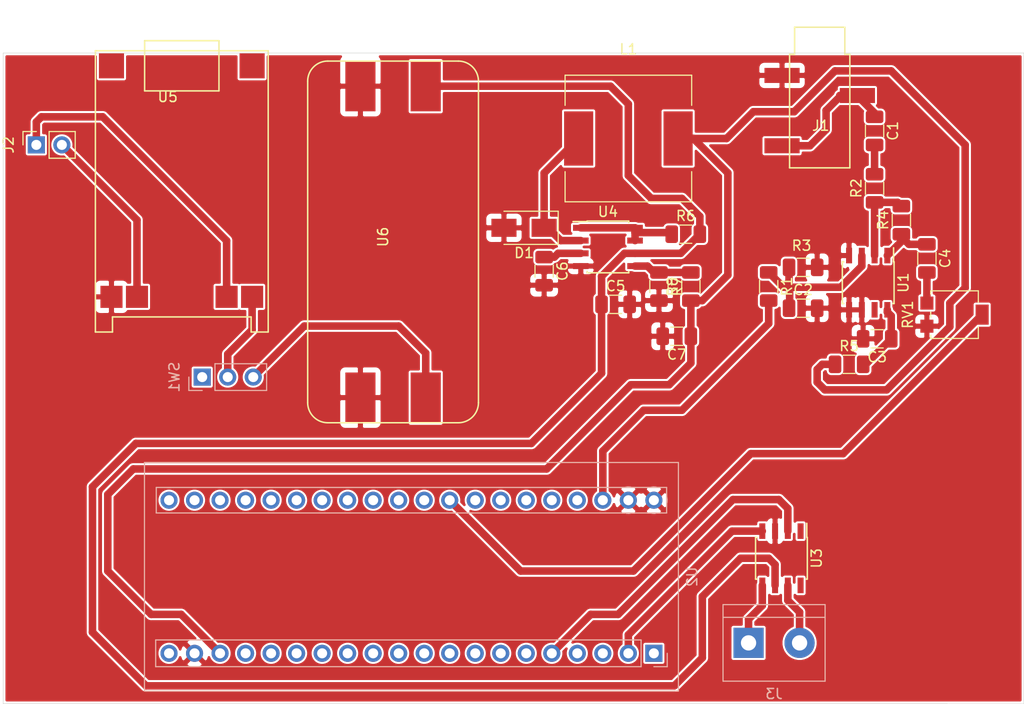
<source format=kicad_pcb>
(kicad_pcb (version 20171130) (host pcbnew 5.1.8+dfsg1-1~bpo10+1)
  (layers (0 F.Cu signal) (31 B.Cu signal) (34 B.Paste user) (35 F.Paste user) (36 B.SilkS user) (37 F.SilkS user) (38 B.Mask user) (39 F.Mask user) (44 Edge.Cuts user))
  (net 0 "")
  (net 1 "Net-(C1-Pad2)")
  (net 2 "Net-(C1-Pad1)")
  (net 3 "Net-(C2-Pad1)")
  (net 4 GND)
  (net 5 "Net-(C3-Pad1)")
  (net 6 "Net-(C4-Pad1)")
  (net 7 "Net-(C4-Pad2)")
  (net 8 VCC)
  (net 9 "Net-(C6-Pad1)")
  (net 10 +5V)
  (net 11 "Net-(D1-Pad1)")
  (net 12 +BATT)
  (net 13 -BATT)
  (net 14 OUT-)
  (net 15 OUT+)
  (net 16 +3V3)
  (net 17 "Net-(R2-Pad1)")
  (net 18 "Net-(R6-Pad1)")
  (net 19 "Net-(R7-Pad1)")
  (net 20 A)
  (net 21 "Net-(SW1-Pad1)")
  (net 22 "Net-(SW1-Pad2)")
  (net 23 "Net-(SW1-Pad3)")
  (net 24 "Net-(U1-Pad7)")
  (net 25 "Net-(U2-Pad1)")
  (net 26 B-)
  (net 27 "Net-(U2-Pad3)")
  (net 28 "Net-(U2-Pad37)")
  (net 29 "Net-(U2-Pad4)")
  (net 30 "Net-(U2-Pad36)")
  (net 31 B+)
  (net 32 "Net-(U2-Pad35)")
  (net 33 "Net-(U2-Pad6)")
  (net 34 "Net-(U2-Pad34)")
  (net 35 "Net-(U2-Pad7)")
  (net 36 "Net-(U2-Pad33)")
  (net 37 "Net-(U2-Pad8)")
  (net 38 "Net-(U2-Pad9)")
  (net 39 "Net-(U2-Pad31)")
  (net 40 "Net-(U2-Pad10)")
  (net 41 "Net-(U2-Pad30)")
  (net 42 "Net-(U2-Pad11)")
  (net 43 "Net-(U2-Pad29)")
  (net 44 "Net-(U2-Pad12)")
  (net 45 "Net-(U2-Pad28)")
  (net 46 "Net-(U2-Pad13)")
  (net 47 "Net-(U2-Pad27)")
  (net 48 "Net-(U2-Pad14)")
  (net 49 "Net-(U2-Pad26)")
  (net 50 "Net-(U2-Pad15)")
  (net 51 "Net-(U2-Pad25)")
  (net 52 "Net-(U2-Pad16)")
  (net 53 "Net-(U2-Pad24)")
  (net 54 "Net-(U2-Pad17)")
  (net 55 "Net-(U2-Pad23)")
  (net 56 "Net-(U2-Pad22)")
  (net 57 "Net-(U2-Pad21)")
  (net 58 "Net-(U3-Pad1)")
  (net 59 "Net-(U3-Pad8)")
  (net 60 "Net-(U5-Pad1)")
  (net 61 "Net-(U5-Pad2)")
  (net 62 "Net-(U2-Pad20)")
  (module Capacitor_SMD:C_1206_3216Metric (layer F.Cu) (at 173.101 38.23 270)
    (fp_text reference C1 (at 0 -1.82 90) (layer F.SilkS))
    (fp_text value 0.1uf)
    (fp_line (start -0.602064 0.91) (end 0.602064 0.91) (layer F.SilkS) (width 0.12))
    (fp_line (start -0.602064 -0.91) (end 0.602064 -0.91) (layer F.SilkS) (width 0.12))
    (pad 1 smd roundrect (at -1.4 0 270) (size 1.25 1.75) (layers F.Cu F.Paste F.Mask) (roundrect_rratio 0.2) (net 2 "Net-(C1-Pad1)"))
    (pad 2 smd roundrect (at 1.4 0 270) (size 1.25 1.75) (layers F.Cu F.Paste F.Mask) (roundrect_rratio 0.2) (net 1 "Net-(C1-Pad2)"))
  )
  (module Capacitor_SMD:C_1206_3216Metric (layer F.Cu) (at 165.986 55.88)
    (fp_text reference C2 (at 0 -1.82) (layer F.SilkS))
    (fp_text value 0.1uf)
    (fp_line (start -0.602064 -0.91) (end 0.602064 -0.91) (layer F.SilkS) (width 0.12))
    (fp_line (start -0.602064 0.91) (end 0.602064 0.91) (layer F.SilkS) (width 0.12))
    (pad 2 smd roundrect (at 1.4 0) (size 1.25 1.75) (layers F.Cu F.Paste F.Mask) (roundrect_rratio 0.2) (net 4 GND))
    (pad 1 smd roundrect (at -1.4 0) (size 1.25 1.75) (layers F.Cu F.Paste F.Mask) (roundrect_rratio 0.2) (net 3 "Net-(C2-Pad1)"))
  )
  (module Capacitor_SMD:C_1206_3216Metric (layer F.Cu) (at 173.358 58.928 180)
    (fp_text reference C3 (at 0 -1.82) (layer F.SilkS))
    (fp_text value 100uf)
    (fp_line (start -0.602064 -0.91) (end 0.602064 -0.91) (layer F.SilkS) (width 0.12))
    (fp_line (start -0.602064 0.91) (end 0.602064 0.91) (layer F.SilkS) (width 0.12))
    (pad 2 smd roundrect (at 1.4 0 180) (size 1.25 1.75) (layers F.Cu F.Paste F.Mask) (roundrect_rratio 0.2) (net 4 GND))
    (pad 1 smd roundrect (at -1.4 0 180) (size 1.25 1.75) (layers F.Cu F.Paste F.Mask) (roundrect_rratio 0.2) (net 5 "Net-(C3-Pad1)"))
  )
  (module Capacitor_SMD:C_1206_3216Metric (layer F.Cu) (at 178.308 50.924 270)
    (fp_text reference C4 (at 0 -1.82 90) (layer F.SilkS))
    (fp_text value 10uf)
    (fp_line (start -0.602064 -0.91) (end 0.602064 -0.91) (layer F.SilkS) (width 0.12))
    (fp_line (start -0.602064 0.91) (end 0.602064 0.91) (layer F.SilkS) (width 0.12))
    (pad 2 smd roundrect (at 1.4 0 270) (size 1.25 1.75) (layers F.Cu F.Paste F.Mask) (roundrect_rratio 0.2) (net 7 "Net-(C4-Pad2)"))
    (pad 1 smd roundrect (at -1.4 0 270) (size 1.25 1.75) (layers F.Cu F.Paste F.Mask) (roundrect_rratio 0.2) (net 6 "Net-(C4-Pad1)"))
  )
  (module Capacitor_SMD:C_1206_3216Metric (layer F.Cu) (at 147.323 55.499)
    (fp_text reference C5 (at 0 -1.82) (layer F.SilkS))
    (fp_text value 100uf)
    (fp_line (start -0.602064 -0.91) (end 0.602064 -0.91) (layer F.SilkS) (width 0.12))
    (fp_line (start -0.602064 0.91) (end 0.602064 0.91) (layer F.SilkS) (width 0.12))
    (pad 2 smd roundrect (at 1.4 0) (size 1.25 1.75) (layers F.Cu F.Paste F.Mask) (roundrect_rratio 0.2) (net 4 GND))
    (pad 1 smd roundrect (at -1.4 0) (size 1.25 1.75) (layers F.Cu F.Paste F.Mask) (roundrect_rratio 0.2) (net 8 VCC))
  )
  (module Capacitor_SMD:C_1206_3216Metric (layer F.Cu) (at 140.208 52.194 270)
    (fp_text reference C6 (at 0 -1.82 90) (layer F.SilkS))
    (fp_text value 470pf)
    (fp_line (start -0.602064 0.91) (end 0.602064 0.91) (layer F.SilkS) (width 0.12))
    (fp_line (start -0.602064 -0.91) (end 0.602064 -0.91) (layer F.SilkS) (width 0.12))
    (pad 1 smd roundrect (at -1.4 0 270) (size 1.25 1.75) (layers F.Cu F.Paste F.Mask) (roundrect_rratio 0.2) (net 9 "Net-(C6-Pad1)"))
    (pad 2 smd roundrect (at 1.4 0 270) (size 1.25 1.75) (layers F.Cu F.Paste F.Mask) (roundrect_rratio 0.2) (net 4 GND))
  )
  (module Capacitor_SMD:C_1206_3216Metric (layer F.Cu) (at 153.413 58.674 180)
    (fp_text reference C7 (at 0 -1.82 180) (layer F.SilkS))
    (fp_text value 470uf)
    (fp_line (start -0.602064 0.91) (end 0.602064 0.91) (layer F.SilkS) (width 0.12))
    (fp_line (start -0.602064 -0.91) (end 0.602064 -0.91) (layer F.SilkS) (width 0.12))
    (pad 1 smd roundrect (at -1.4 0 180) (size 1.25 1.75) (layers F.Cu F.Paste F.Mask) (roundrect_rratio 0.2) (net 10 +5V))
    (pad 2 smd roundrect (at 1.4 0 180) (size 1.25 1.75) (layers F.Cu F.Paste F.Mask) (roundrect_rratio 0.2) (net 4 GND))
  )
  (module Diode_SMD:D_SMA (layer F.Cu) (at 138.208 47.879 180)
    (fp_text reference D1 (at 0 -2.5) (layer F.SilkS))
    (fp_text value 1N5819)
    (fp_line (start -3.4 -1.65) (end -3.4 1.65) (layer F.SilkS) (width 0.12))
    (fp_line (start -3.4 1.65) (end 2 1.65) (layer F.SilkS) (width 0.12))
    (fp_line (start -3.4 -1.65) (end 2 -1.65) (layer F.SilkS) (width 0.12))
    (pad 2 smd rect (at 2 0 180) (size 2.5 1.8) (layers F.Cu F.Paste F.Mask) (net 4 GND))
    (pad 1 smd rect (at -2 0 180) (size 2.5 1.8) (layers F.Cu F.Paste F.Mask) (net 11 "Net-(D1-Pad1)"))
  )
  (module Connector_PinSocket_2.54mm:PinSocket_1x02_P2.54mm_Vertical (layer F.Cu) (at 89.662 39.624 90)
    (fp_text reference J2 (at 0 -2.77 90) (layer F.SilkS))
    (fp_text value BAT)
    (fp_line (start -1.33 1.27) (end 1.33 1.27) (layer F.SilkS) (width 0.12))
    (fp_line (start -1.33 1.27) (end -1.33 3.87) (layer F.SilkS) (width 0.12))
    (fp_line (start -1.33 3.87) (end 1.33 3.87) (layer F.SilkS) (width 0.12))
    (fp_line (start 1.33 1.27) (end 1.33 3.87) (layer F.SilkS) (width 0.12))
    (fp_line (start 1.33 -1.33) (end 1.33 0) (layer F.SilkS) (width 0.12))
    (fp_line (start 0 -1.33) (end 1.33 -1.33) (layer F.SilkS) (width 0.12))
    (pad 2 thru_hole oval (at 0 2.54 90) (size 1.7 1.7) (drill 1) (layers *.Cu *.Mask) (net 13 -BATT))
    (pad 1 thru_hole rect (at 0 0 90) (size 1.7 1.7) (drill 1) (layers *.Cu *.Mask) (net 12 +BATT))
  )
  (module TerminalBlock:TerminalBlock_bornier-2_P5.08mm (layer B.Cu) (at 160.555001 89.195001)
    (fp_text reference J3 (at 2.54 5.08) (layer B.SilkS) (effects (justify mirror)))
    (fp_text value SPK)
    (fp_line (start 7.62 -2.54) (end -2.54 -2.54) (layer B.SilkS) (width 0.12))
    (fp_line (start 7.62 -3.81) (end 7.62 3.81) (layer B.SilkS) (width 0.12))
    (fp_line (start 7.62 3.81) (end -2.54 3.81) (layer B.SilkS) (width 0.12))
    (fp_line (start -2.54 3.81) (end -2.54 -3.81) (layer B.SilkS) (width 0.12))
    (fp_line (start -2.54 -3.81) (end 7.62 -3.81) (layer B.SilkS) (width 0.12))
    (pad 2 thru_hole circle (at 5.08 0) (size 3 3) (drill 1.52) (layers *.Cu *.Mask) (net 15 OUT+))
    (pad 1 thru_hole rect (at 0 0) (size 3 3) (drill 1.52) (layers *.Cu *.Mask) (net 14 OUT-))
  )
  (module Inductor_SMD:L_12x12mm_H4.5mm (layer F.Cu) (at 148.593 38.989)
    (fp_text reference L1 (at 0 -8.89) (layer F.SilkS))
    (fp_text value 220uh)
    (fp_line (start 6.3 3.3) (end 6.3 6.3) (layer F.SilkS) (width 0.12))
    (fp_line (start 6.3 6.3) (end -6.3 6.3) (layer F.SilkS) (width 0.12))
    (fp_line (start -6.3 6.3) (end -6.3 3.3) (layer F.SilkS) (width 0.12))
    (fp_line (start -6.3 -3.3) (end -6.3 -6.3) (layer F.SilkS) (width 0.12))
    (fp_line (start -6.3 -6.3) (end 6.3 -6.3) (layer F.SilkS) (width 0.12))
    (fp_line (start 6.3 -6.3) (end 6.3 -3.3) (layer F.SilkS) (width 0.12))
    (pad 2 smd rect (at 4.95 0) (size 2.9 5.4) (layers F.Cu F.Paste F.Mask) (net 10 +5V))
    (pad 1 smd rect (at -4.95 0) (size 2.9 5.4) (layers F.Cu F.Paste F.Mask) (net 11 "Net-(D1-Pad1)"))
  )
  (module Resistor_SMD:R_1206_3216Metric (layer F.Cu) (at 162.56 53.718 270)
    (fp_text reference R1 (at 0 -1.82 90) (layer F.SilkS))
    (fp_text value 47k)
    (fp_line (start -0.602064 -0.91) (end 0.602064 -0.91) (layer F.SilkS) (width 0.12))
    (fp_line (start -0.602064 0.91) (end 0.602064 0.91) (layer F.SilkS) (width 0.12))
    (pad 2 smd roundrect (at 1.4 0 270) (size 1.25 1.75) (layers F.Cu F.Paste F.Mask) (roundrect_rratio 0.2) (net 16 +3V3))
    (pad 1 smd roundrect (at -1.4 0 270) (size 1.25 1.75) (layers F.Cu F.Paste F.Mask) (roundrect_rratio 0.2) (net 3 "Net-(C2-Pad1)"))
  )
  (module Resistor_SMD:R_1206_3216Metric (layer F.Cu) (at 173.101 43.945 90)
    (fp_text reference R2 (at 0 -1.82 90) (layer F.SilkS))
    (fp_text value 1k)
    (fp_line (start -0.602064 0.91) (end 0.602064 0.91) (layer F.SilkS) (width 0.12))
    (fp_line (start -0.602064 -0.91) (end 0.602064 -0.91) (layer F.SilkS) (width 0.12))
    (pad 1 smd roundrect (at -1.4 0 90) (size 1.25 1.75) (layers F.Cu F.Paste F.Mask) (roundrect_rratio 0.2) (net 17 "Net-(R2-Pad1)"))
    (pad 2 smd roundrect (at 1.4 0 90) (size 1.25 1.75) (layers F.Cu F.Paste F.Mask) (roundrect_rratio 0.2) (net 1 "Net-(C1-Pad2)"))
  )
  (module Resistor_SMD:R_1206_3216Metric (layer F.Cu) (at 165.986 51.816)
    (fp_text reference R3 (at -0.157001 -2.164001) (layer F.SilkS))
    (fp_text value 47k)
    (fp_line (start -0.602064 0.91) (end 0.602064 0.91) (layer F.SilkS) (width 0.12))
    (fp_line (start -0.602064 -0.91) (end 0.602064 -0.91) (layer F.SilkS) (width 0.12))
    (pad 1 smd roundrect (at -1.4 0) (size 1.25 1.75) (layers F.Cu F.Paste F.Mask) (roundrect_rratio 0.2) (net 3 "Net-(C2-Pad1)"))
    (pad 2 smd roundrect (at 1.4 0) (size 1.25 1.75) (layers F.Cu F.Paste F.Mask) (roundrect_rratio 0.2) (net 4 GND))
  )
  (module Resistor_SMD:R_1206_3216Metric (layer F.Cu) (at 175.768 47.12 90)
    (fp_text reference R4 (at 0 -1.82 90) (layer F.SilkS))
    (fp_text value 100k)
    (fp_line (start -0.602064 -0.91) (end 0.602064 -0.91) (layer F.SilkS) (width 0.12))
    (fp_line (start -0.602064 0.91) (end 0.602064 0.91) (layer F.SilkS) (width 0.12))
    (pad 2 smd roundrect (at 1.4 0 90) (size 1.25 1.75) (layers F.Cu F.Paste F.Mask) (roundrect_rratio 0.2) (net 17 "Net-(R2-Pad1)"))
    (pad 1 smd roundrect (at -1.4 0 90) (size 1.25 1.75) (layers F.Cu F.Paste F.Mask) (roundrect_rratio 0.2) (net 6 "Net-(C4-Pad1)"))
  )
  (module Resistor_SMD:R_1206_3216Metric (layer F.Cu) (at 170.564 61.468)
    (fp_text reference R5 (at 0 -1.82) (layer F.SilkS))
    (fp_text value 10)
    (fp_line (start -0.602064 -0.91) (end 0.602064 -0.91) (layer F.SilkS) (width 0.12))
    (fp_line (start -0.602064 0.91) (end 0.602064 0.91) (layer F.SilkS) (width 0.12))
    (pad 2 smd roundrect (at 1.4 0) (size 1.25 1.75) (layers F.Cu F.Paste F.Mask) (roundrect_rratio 0.2) (net 5 "Net-(C3-Pad1)"))
    (pad 1 smd roundrect (at -1.4 0) (size 1.25 1.75) (layers F.Cu F.Paste F.Mask) (roundrect_rratio 0.2) (net 10 +5V))
  )
  (module Resistor_SMD:R_1206_3216Metric (layer F.Cu) (at 154.308 48.514)
    (fp_text reference R6 (at 0 -1.82) (layer F.SilkS))
    (fp_text value 1)
    (fp_line (start -0.602064 0.91) (end 0.602064 0.91) (layer F.SilkS) (width 0.12))
    (fp_line (start -0.602064 -0.91) (end 0.602064 -0.91) (layer F.SilkS) (width 0.12))
    (pad 1 smd roundrect (at -1.4 0) (size 1.25 1.75) (layers F.Cu F.Paste F.Mask) (roundrect_rratio 0.2) (net 18 "Net-(R6-Pad1)"))
    (pad 2 smd roundrect (at 1.4 0) (size 1.25 1.75) (layers F.Cu F.Paste F.Mask) (roundrect_rratio 0.2) (net 8 VCC))
  )
  (module Resistor_SMD:R_1206_3216Metric (layer F.Cu) (at 151.638 53.724 270)
    (fp_text reference R7 (at 0 -1.82 90) (layer F.SilkS))
    (fp_text value 1.2k)
    (fp_line (start -0.602064 0.91) (end 0.602064 0.91) (layer F.SilkS) (width 0.12))
    (fp_line (start -0.602064 -0.91) (end 0.602064 -0.91) (layer F.SilkS) (width 0.12))
    (pad 1 smd roundrect (at -1.4 0 270) (size 1.25 1.75) (layers F.Cu F.Paste F.Mask) (roundrect_rratio 0.2) (net 19 "Net-(R7-Pad1)"))
    (pad 2 smd roundrect (at 1.4 0 270) (size 1.25 1.75) (layers F.Cu F.Paste F.Mask) (roundrect_rratio 0.2) (net 4 GND))
  )
  (module Resistor_SMD:R_1206_3216Metric (layer F.Cu) (at 154.813 53.724 90)
    (fp_text reference R8 (at 0 -1.82 90) (layer F.SilkS))
    (fp_text value 3.8k)
    (fp_line (start -0.602064 -0.91) (end 0.602064 -0.91) (layer F.SilkS) (width 0.12))
    (fp_line (start -0.602064 0.91) (end 0.602064 0.91) (layer F.SilkS) (width 0.12))
    (pad 2 smd roundrect (at 1.4 0 90) (size 1.25 1.75) (layers F.Cu F.Paste F.Mask) (roundrect_rratio 0.2) (net 19 "Net-(R7-Pad1)"))
    (pad 1 smd roundrect (at -1.4 0 90) (size 1.25 1.75) (layers F.Cu F.Paste F.Mask) (roundrect_rratio 0.2) (net 10 +5V))
  )
  (module Potentiometer_SMD:Potentiometer_Bourns_3314G_Vertical (layer F.Cu) (at 181.058 56.522 90)
    (fp_text reference RV1 (at 0 -4.65 90) (layer F.SilkS))
    (fp_text value 10k)
    (fp_line (start 2.04 -2.37) (end 2.37 -2.37) (layer F.SilkS) (width 0.12))
    (fp_line (start -2.37 -2.37) (end -2.039 -2.37) (layer F.SilkS) (width 0.12))
    (fp_line (start -0.259 -2.37) (end 0.26 -2.37) (layer F.SilkS) (width 0.12))
    (fp_line (start -2.37 2.37) (end -1.24 2.37) (layer F.SilkS) (width 0.12))
    (fp_line (start 1.24 2.37) (end 2.37 2.37) (layer F.SilkS) (width 0.12))
    (fp_line (start -2.37 -2.37) (end -2.37 2.37) (layer F.SilkS) (width 0.12))
    (fp_line (start 2.37 -2.37) (end 2.37 2.37) (layer F.SilkS) (width 0.12))
    (pad 3 smd rect (at -1.15 -2.75 90) (size 1.3 1.3) (layers F.Cu F.Paste F.Mask) (net 4 GND))
    (pad 2 smd rect (at 0 2.75 90) (size 2 1.3) (layers F.Cu F.Paste F.Mask) (net 20 A))
    (pad 1 smd rect (at 1.15 -2.75 90) (size 1.3 1.3) (layers F.Cu F.Paste F.Mask) (net 7 "Net-(C4-Pad2)"))
  )
  (module Connector_PinSocket_2.54mm:PinSocket_1x03_P2.54mm_Vertical (layer B.Cu) (at 106.172 62.738 270)
    (fp_text reference SW1 (at 0 2.77 270) (layer B.SilkS) (effects (justify mirror)))
    (fp_text value SW_SPDT)
    (fp_line (start -1.33 -1.27) (end 1.33 -1.27) (layer B.SilkS) (width 0.12))
    (fp_line (start -1.33 -1.27) (end -1.33 -6.41) (layer B.SilkS) (width 0.12))
    (fp_line (start -1.33 -6.41) (end 1.33 -6.41) (layer B.SilkS) (width 0.12))
    (fp_line (start 1.33 -1.27) (end 1.33 -6.41) (layer B.SilkS) (width 0.12))
    (fp_line (start 1.33 1.33) (end 1.33 0) (layer B.SilkS) (width 0.12))
    (fp_line (start 0 1.33) (end 1.33 1.33) (layer B.SilkS) (width 0.12))
    (pad 3 thru_hole oval (at 0 -5.08 270) (size 1.7 1.7) (drill 1) (layers *.Cu *.Mask) (net 23 "Net-(SW1-Pad3)"))
    (pad 2 thru_hole oval (at 0 -2.54 270) (size 1.7 1.7) (drill 1) (layers *.Cu *.Mask) (net 22 "Net-(SW1-Pad2)"))
    (pad 1 thru_hole rect (at 0 0 270) (size 1.7 1.7) (drill 1) (layers *.Cu *.Mask) (net 21 "Net-(SW1-Pad1)"))
  )
  (module Package_SO:SOIC-8_3.9x4.9mm_P1.27mm (layer F.Cu) (at 172.466 53.34 270)
    (fp_text reference U1 (at 0 -3.5 90) (layer F.SilkS))
    (fp_text value LM358)
    (fp_line (start -2.075 -2.525) (end -3.475 -2.525) (layer F.SilkS) (width 0.15))
    (fp_line (start -2.075 2.575) (end 2.075 2.575) (layer F.SilkS) (width 0.15))
    (fp_line (start -2.075 -2.575) (end 2.075 -2.575) (layer F.SilkS) (width 0.15))
    (fp_line (start -2.075 2.575) (end -2.075 2.43) (layer F.SilkS) (width 0.15))
    (fp_line (start 2.075 2.575) (end 2.075 2.43) (layer F.SilkS) (width 0.15))
    (fp_line (start 2.075 -2.575) (end 2.075 -2.43) (layer F.SilkS) (width 0.15))
    (fp_line (start -2.075 -2.575) (end -2.075 -2.525) (layer F.SilkS) (width 0.15))
    (pad 1 smd rect (at -2.7 -1.905 270) (size 1.55 0.6) (layers F.Cu F.Paste F.Mask) (net 6 "Net-(C4-Pad1)"))
    (pad 2 smd rect (at -2.7 -0.635 270) (size 1.55 0.6) (layers F.Cu F.Paste F.Mask) (net 17 "Net-(R2-Pad1)"))
    (pad 3 smd rect (at -2.7 0.635 270) (size 1.55 0.6) (layers F.Cu F.Paste F.Mask) (net 3 "Net-(C2-Pad1)"))
    (pad 4 smd rect (at -2.7 1.905 270) (size 1.55 0.6) (layers F.Cu F.Paste F.Mask) (net 4 GND))
    (pad 5 smd rect (at 2.7 1.905 270) (size 1.55 0.6) (layers F.Cu F.Paste F.Mask) (net 4 GND))
    (pad 6 smd rect (at 2.7 0.635 270) (size 1.55 0.6) (layers F.Cu F.Paste F.Mask) (net 4 GND))
    (pad 7 smd rect (at 2.7 -0.635 270) (size 1.55 0.6) (layers F.Cu F.Paste F.Mask) (net 24 "Net-(U1-Pad7)"))
    (pad 8 smd rect (at 2.7 -1.905 270) (size 1.55 0.6) (layers F.Cu F.Paste F.Mask) (net 5 "Net-(C3-Pad1)"))
  )
  (module Footprints:YAAJ_BluePill_2 (layer B.Cu) (at 151.13 90.2335 90)
    (fp_text reference U2 (at 7.62 3.81 90) (layer B.SilkS) (effects (justify mirror)))
    (fp_text value YAAJ_BluePill_Part_Like_SWD_Breakout hide)
    (fp_line (start -1.33 1.33) (end 0 1.33) (layer B.SilkS) (width 0.12))
    (fp_line (start -1.33 0) (end -1.33 1.33) (layer B.SilkS) (width 0.12))
    (fp_line (start 13.97 -49.53) (end 13.97 1.27) (layer B.SilkS) (width 0.12))
    (fp_line (start 16.51 -49.53) (end 13.97 -49.53) (layer B.SilkS) (width 0.12))
    (fp_line (start 16.51 1.27) (end 16.51 -49.53) (layer B.SilkS) (width 0.12))
    (fp_line (start 13.97 1.27) (end 16.51 1.27) (layer B.SilkS) (width 0.12))
    (fp_line (start -1.33 -49.59) (end -1.33 -1.27) (layer B.SilkS) (width 0.12))
    (fp_line (start 1.33 -49.59) (end -1.33 -49.59) (layer B.SilkS) (width 0.12))
    (fp_line (start 1.33 -1.27) (end 1.33 -49.59) (layer B.SilkS) (width 0.12))
    (fp_line (start -1.33 -1.27) (end 1.33 -1.27) (layer B.SilkS) (width 0.12))
    (fp_line (start -3.755 -50.705) (end -3.755 2.445) (layer B.SilkS) (width 0.12))
    (fp_line (start 18.995 -50.705) (end -3.755 -50.705) (layer B.SilkS) (width 0.12))
    (fp_line (start 18.995 2.445) (end 18.995 -50.705) (layer B.SilkS) (width 0.12))
    (fp_line (start -3.755 2.445) (end 18.995 2.445) (layer B.SilkS) (width 0.12))
    (pad 20 thru_hole circle (at 0 -48.26 90) (size 1.7 1.7) (drill 1) (layers *.Cu *.Mask) (net 62 "Net-(U2-Pad20)"))
    (pad 21 thru_hole circle (at 15.24 -48.26 90) (size 1.7 1.7) (drill 1) (layers *.Cu *.Mask) (net 57 "Net-(U2-Pad21)"))
    (pad 19 thru_hole circle (at 0 -45.72 90) (size 1.7 1.7) (drill 1) (layers *.Cu *.Mask) (net 4 GND))
    (pad 22 thru_hole circle (at 15.24 -45.72 90) (size 1.7 1.7) (drill 1) (layers *.Cu *.Mask) (net 56 "Net-(U2-Pad22)"))
    (pad 18 thru_hole circle (at 0 -43.18 90) (size 1.7 1.7) (drill 1) (layers *.Cu *.Mask) (net 10 +5V))
    (pad 23 thru_hole circle (at 15.24 -43.18 90) (size 1.7 1.7) (drill 1) (layers *.Cu *.Mask) (net 55 "Net-(U2-Pad23)"))
    (pad 17 thru_hole circle (at 0 -40.64 90) (size 1.7 1.7) (drill 1) (layers *.Cu *.Mask) (net 54 "Net-(U2-Pad17)"))
    (pad 24 thru_hole circle (at 15.24 -40.64 90) (size 1.7 1.7) (drill 1) (layers *.Cu *.Mask) (net 53 "Net-(U2-Pad24)"))
    (pad 16 thru_hole circle (at 0 -38.1 90) (size 1.7 1.7) (drill 1) (layers *.Cu *.Mask) (net 52 "Net-(U2-Pad16)"))
    (pad 25 thru_hole circle (at 15.24 -38.1 90) (size 1.7 1.7) (drill 1) (layers *.Cu *.Mask) (net 51 "Net-(U2-Pad25)"))
    (pad 15 thru_hole circle (at 0 -35.56 90) (size 1.7 1.7) (drill 1) (layers *.Cu *.Mask) (net 50 "Net-(U2-Pad15)"))
    (pad 26 thru_hole circle (at 15.24 -35.56 90) (size 1.7 1.7) (drill 1) (layers *.Cu *.Mask) (net 49 "Net-(U2-Pad26)"))
    (pad 14 thru_hole circle (at 0 -33.02 90) (size 1.7 1.7) (drill 1) (layers *.Cu *.Mask) (net 48 "Net-(U2-Pad14)"))
    (pad 27 thru_hole circle (at 15.24 -33.02 90) (size 1.7 1.7) (drill 1) (layers *.Cu *.Mask) (net 47 "Net-(U2-Pad27)"))
    (pad 13 thru_hole circle (at 0 -30.48 90) (size 1.7 1.7) (drill 1) (layers *.Cu *.Mask) (net 46 "Net-(U2-Pad13)"))
    (pad 28 thru_hole circle (at 15.24 -30.48 90) (size 1.7 1.7) (drill 1) (layers *.Cu *.Mask) (net 45 "Net-(U2-Pad28)"))
    (pad 12 thru_hole circle (at 0 -27.94 90) (size 1.7 1.7) (drill 1) (layers *.Cu *.Mask) (net 44 "Net-(U2-Pad12)"))
    (pad 29 thru_hole circle (at 15.24 -27.94 90) (size 1.7 1.7) (drill 1) (layers *.Cu *.Mask) (net 43 "Net-(U2-Pad29)"))
    (pad 11 thru_hole circle (at 0 -25.4 90) (size 1.7 1.7) (drill 1) (layers *.Cu *.Mask) (net 42 "Net-(U2-Pad11)"))
    (pad 30 thru_hole circle (at 15.24 -25.4 90) (size 1.7 1.7) (drill 1) (layers *.Cu *.Mask) (net 41 "Net-(U2-Pad30)"))
    (pad 10 thru_hole circle (at 0 -22.86 90) (size 1.7 1.7) (drill 1) (layers *.Cu *.Mask) (net 40 "Net-(U2-Pad10)"))
    (pad 31 thru_hole circle (at 15.24 -22.86 90) (size 1.7 1.7) (drill 1) (layers *.Cu *.Mask) (net 39 "Net-(U2-Pad31)"))
    (pad 9 thru_hole circle (at 0 -20.32 90) (size 1.7 1.7) (drill 1) (layers *.Cu *.Mask) (net 38 "Net-(U2-Pad9)"))
    (pad 32 thru_hole circle (at 15.24 -20.32 90) (size 1.7 1.7) (drill 1) (layers *.Cu *.Mask) (net 20 A))
    (pad 8 thru_hole circle (at 0 -17.78 90) (size 1.7 1.7) (drill 1) (layers *.Cu *.Mask) (net 37 "Net-(U2-Pad8)"))
    (pad 33 thru_hole circle (at 15.24 -17.78 90) (size 1.7 1.7) (drill 1) (layers *.Cu *.Mask) (net 36 "Net-(U2-Pad33)"))
    (pad 7 thru_hole circle (at 0 -15.24 90) (size 1.7 1.7) (drill 1) (layers *.Cu *.Mask) (net 35 "Net-(U2-Pad7)"))
    (pad 34 thru_hole circle (at 15.24 -15.24 90) (size 1.7 1.7) (drill 1) (layers *.Cu *.Mask) (net 34 "Net-(U2-Pad34)"))
    (pad 6 thru_hole circle (at 0 -12.7 90) (size 1.7 1.7) (drill 1) (layers *.Cu *.Mask) (net 33 "Net-(U2-Pad6)"))
    (pad 35 thru_hole circle (at 15.24 -12.7 90) (size 1.7 1.7) (drill 1) (layers *.Cu *.Mask) (net 32 "Net-(U2-Pad35)"))
    (pad 5 thru_hole circle (at 0 -10.16 90) (size 1.7 1.7) (drill 1) (layers *.Cu *.Mask) (net 31 B+))
    (pad 36 thru_hole circle (at 15.24 -10.16 90) (size 1.7 1.7) (drill 1) (layers *.Cu *.Mask) (net 30 "Net-(U2-Pad36)"))
    (pad 4 thru_hole circle (at 0 -7.62 90) (size 1.7 1.7) (drill 1) (layers *.Cu *.Mask) (net 29 "Net-(U2-Pad4)"))
    (pad 37 thru_hole circle (at 15.24 -7.62 90) (size 1.7 1.7) (drill 1) (layers *.Cu *.Mask) (net 28 "Net-(U2-Pad37)"))
    (pad 3 thru_hole circle (at 0 -5.08 90) (size 1.7 1.7) (drill 1) (layers *.Cu *.Mask) (net 27 "Net-(U2-Pad3)"))
    (pad 38 thru_hole circle (at 15.24 -5.08 90) (size 1.7 1.7) (drill 1) (layers *.Cu *.Mask) (net 16 +3V3))
    (pad 2 thru_hole circle (at 0 -2.54 90) (size 1.7 1.7) (drill 1) (layers *.Cu *.Mask) (net 26 B-))
    (pad 39 thru_hole circle (at 15.24 -2.54 90) (size 1.7 1.7) (drill 1) (layers *.Cu *.Mask) (net 4 GND))
    (pad 1 thru_hole rect (at 0 0 90) (size 1.7 1.7) (drill 1) (layers *.Cu *.Mask) (net 25 "Net-(U2-Pad1)"))
    (pad 40 thru_hole circle (at 15.24 0 90) (size 1.7 1.7) (drill 1) (layers *.Cu *.Mask) (net 4 GND))
  )
  (module Package_SO:SOIC-8_3.9x4.9mm_P1.27mm (layer F.Cu) (at 163.83 80.772 270)
    (fp_text reference U3 (at 0 -3.5 90) (layer F.SilkS))
    (fp_text value MIC4427)
    (fp_line (start -2.075 -2.575) (end -2.075 -2.525) (layer F.SilkS) (width 0.15))
    (fp_line (start 2.075 -2.575) (end 2.075 -2.43) (layer F.SilkS) (width 0.15))
    (fp_line (start 2.075 2.575) (end 2.075 2.43) (layer F.SilkS) (width 0.15))
    (fp_line (start -2.075 2.575) (end -2.075 2.43) (layer F.SilkS) (width 0.15))
    (fp_line (start -2.075 -2.575) (end 2.075 -2.575) (layer F.SilkS) (width 0.15))
    (fp_line (start -2.075 2.575) (end 2.075 2.575) (layer F.SilkS) (width 0.15))
    (fp_line (start -2.075 -2.525) (end -3.475 -2.525) (layer F.SilkS) (width 0.15))
    (pad 8 smd rect (at 2.7 -1.905 270) (size 1.55 0.6) (layers F.Cu F.Paste F.Mask) (net 59 "Net-(U3-Pad8)"))
    (pad 7 smd rect (at 2.7 -0.635 270) (size 1.55 0.6) (layers F.Cu F.Paste F.Mask) (net 15 OUT+))
    (pad 6 smd rect (at 2.7 0.635 270) (size 1.55 0.6) (layers F.Cu F.Paste F.Mask) (net 8 VCC))
    (pad 5 smd rect (at 2.7 1.905 270) (size 1.55 0.6) (layers F.Cu F.Paste F.Mask) (net 14 OUT-))
    (pad 4 smd rect (at -2.7 1.905 270) (size 1.55 0.6) (layers F.Cu F.Paste F.Mask) (net 26 B-))
    (pad 3 smd rect (at -2.7 0.635 270) (size 1.55 0.6) (layers F.Cu F.Paste F.Mask) (net 4 GND))
    (pad 2 smd rect (at -2.7 -0.635 270) (size 1.55 0.6) (layers F.Cu F.Paste F.Mask) (net 31 B+))
    (pad 1 smd rect (at -2.7 -1.905 270) (size 1.55 0.6) (layers F.Cu F.Paste F.Mask) (net 58 "Net-(U3-Pad1)"))
  )
  (module Package_SO:SOIC-8_3.9x4.9mm_P1.27mm (layer F.Cu) (at 146.558 49.784)
    (fp_text reference U4 (at 0 -3.5) (layer F.SilkS))
    (fp_text value MC33063AD)
    (fp_line (start -2.075 -2.575) (end -2.075 -2.525) (layer F.SilkS) (width 0.15))
    (fp_line (start 2.075 -2.575) (end 2.075 -2.43) (layer F.SilkS) (width 0.15))
    (fp_line (start 2.075 2.575) (end 2.075 2.43) (layer F.SilkS) (width 0.15))
    (fp_line (start -2.075 2.575) (end -2.075 2.43) (layer F.SilkS) (width 0.15))
    (fp_line (start -2.075 -2.575) (end 2.075 -2.575) (layer F.SilkS) (width 0.15))
    (fp_line (start -2.075 2.575) (end 2.075 2.575) (layer F.SilkS) (width 0.15))
    (fp_line (start -2.075 -2.525) (end -3.475 -2.525) (layer F.SilkS) (width 0.15))
    (pad 8 smd rect (at 2.7 -1.905) (size 1.55 0.6) (layers F.Cu F.Paste F.Mask) (net 18 "Net-(R6-Pad1)"))
    (pad 7 smd rect (at 2.7 -0.635) (size 1.55 0.6) (layers F.Cu F.Paste F.Mask) (net 18 "Net-(R6-Pad1)"))
    (pad 6 smd rect (at 2.7 0.635) (size 1.55 0.6) (layers F.Cu F.Paste F.Mask) (net 8 VCC))
    (pad 5 smd rect (at 2.7 1.905) (size 1.55 0.6) (layers F.Cu F.Paste F.Mask) (net 19 "Net-(R7-Pad1)"))
    (pad 4 smd rect (at -2.7 1.905) (size 1.55 0.6) (layers F.Cu F.Paste F.Mask) (net 4 GND))
    (pad 3 smd rect (at -2.7 0.635) (size 1.55 0.6) (layers F.Cu F.Paste F.Mask) (net 9 "Net-(C6-Pad1)"))
    (pad 2 smd rect (at -2.7 -0.635) (size 1.55 0.6) (layers F.Cu F.Paste F.Mask) (net 11 "Net-(D1-Pad1)"))
    (pad 1 smd rect (at -2.7 -1.905) (size 1.55 0.6) (layers F.Cu F.Paste F.Mask) (net 18 "Net-(R6-Pad1)"))
  )
  (module driver-customfootprints:TP4056 (layer F.Cu) (at 104.14 31.75)
    (fp_text reference U5 (at -1.4 3.1) (layer F.SilkS))
    (fp_text value TP4056)
    (fp_line (start 6.9 25) (end -6.9 25) (layer F.SilkS) (width 0.15))
    (fp_line (start 6.9 26.5) (end 6.9 25) (layer F.SilkS) (width 0.15))
    (fp_line (start 8.6 26.5) (end 6.9 26.5) (layer F.SilkS) (width 0.15))
    (fp_line (start 8.6 -1.5) (end 8.6 26.5) (layer F.SilkS) (width 0.15))
    (fp_line (start -8.6 -1.5) (end 8.6 -1.5) (layer F.SilkS) (width 0.15))
    (fp_line (start -6.9 25) (end -6.9 26.5) (layer F.SilkS) (width 0.15))
    (fp_line (start -6.9 26.5) (end -8.6 26.5) (layer F.SilkS) (width 0.15))
    (fp_line (start -8.6 26.5) (end -8.6 -1.5) (layer F.SilkS) (width 0.15))
    (fp_line (start 3.7 -1.5) (end 3.7 2.5) (layer F.SilkS) (width 0.15))
    (fp_line (start 3.7 2.5) (end -3.7 2.5) (layer F.SilkS) (width 0.15))
    (fp_line (start -3.7 2.5) (end -3.7 -2.5) (layer F.SilkS) (width 0.15))
    (fp_line (start -3.7 -2.5) (end 3.7 -2.5) (layer F.SilkS) (width 0.15))
    (fp_line (start 3.7 -2.5) (end 3.7 -1.5) (layer F.SilkS) (width 0.15))
    (pad 6 smd rect (at -4.46 23) (size 2.2 2.2) (layers F.Cu F.Paste F.Mask) (net 13 -BATT))
    (pad 5 smd rect (at 4.46 23) (size 2.2 2.2) (layers F.Cu F.Paste F.Mask) (net 12 +BATT))
    (pad 4 smd rect (at -7 23) (size 2.2 2.2) (layers F.Cu F.Paste F.Mask) (net 4 GND))
    (pad 3 smd rect (at 7 23) (size 2.2 2.2) (layers F.Cu F.Paste F.Mask) (net 22 "Net-(SW1-Pad2)"))
    (pad 2 smd rect (at -7 0) (size 2.5 2.5) (layers F.Cu F.Paste F.Mask) (net 61 "Net-(U5-Pad2)"))
    (pad 1 smd rect (at 7 0) (size 2.5 2.5) (layers F.Cu F.Paste F.Mask) (net 60 "Net-(U5-Pad1)"))
  )
  (module driver-customfootprints:MT3608 (layer F.Cu) (at 125.17 49.282 270)
    (fp_text reference U6 (at -0.5 1 90) (layer F.SilkS))
    (fp_text value MT3608)
    (fp_arc (start 16 -6.5) (end 18 -6.5) (angle -90) (layer F.SilkS) (width 0.15))
    (fp_arc (start 16 6.5) (end 16 8.5) (angle -90) (layer F.SilkS) (width 0.15))
    (fp_arc (start -16 6.5) (end -18 6.5) (angle -90) (layer F.SilkS) (width 0.15))
    (fp_arc (start -16 -6.5) (end -16 -8.5) (angle -90) (layer F.SilkS) (width 0.15))
    (fp_line (start -18 -6.5) (end -18 6.5) (layer F.SilkS) (width 0.15))
    (fp_line (start -16 8.5) (end 16 8.5) (layer F.SilkS) (width 0.15))
    (fp_line (start 18 6.5) (end 18 -6.5) (layer F.SilkS) (width 0.15))
    (fp_line (start 16 -8.5) (end -16 -8.5) (layer F.SilkS) (width 0.15))
    (pad 4 smd rect (at -15.5 3.25 270) (size 5 3) (layers F.Cu F.Paste F.Mask) (net 4 GND))
    (pad 3 smd rect (at -15.5 -3.25 270) (size 5 3) (layers F.Cu F.Paste F.Mask) (net 8 VCC))
    (pad 2 smd rect (at 15.5 3.25 270) (size 5 3) (layers F.Cu F.Paste F.Mask) (net 4 GND))
    (pad 1 smd rect (at 15.5 -3.25 270) (size 5 3) (layers F.Cu F.Paste F.Mask) (net 23 "Net-(SW1-Pad3)"))
  )
  (module driver-customfootprints:PJ-320B (layer F.Cu) (at 167.64 41.91)
    (fp_text reference J1 (at 0.1 -4.2) (layer F.SilkS))
    (fp_text value AudioJack2)
    (fp_line (start 3 0) (end 3 -11.3) (layer F.SilkS) (width 0.15))
    (fp_line (start 3 -11.3) (end 2.5 -11.3) (layer F.SilkS) (width 0.15))
    (fp_line (start 2.5 -11.3) (end 2.5 -14) (layer F.SilkS) (width 0.15))
    (fp_line (start 2.5 -14) (end -2.5 -14) (layer F.SilkS) (width 0.15))
    (fp_line (start -2.5 -14) (end -2.5 -11.3) (layer F.SilkS) (width 0.15))
    (fp_line (start -2.5 -11.3) (end -3 -11.3) (layer F.SilkS) (width 0.15))
    (fp_line (start -3 -11.3) (end -3 0) (layer F.SilkS) (width 0.15))
    (fp_line (start -3 0) (end 3 0) (layer F.SilkS) (width 0.15))
    (pad S smd rect (at -2 -2.2) (size 3.5 1.5) (drill (offset -1.75 0)) (layers F.Cu F.Paste F.Mask) (net 2 "Net-(C1-Pad1)"))
    (pad S smd rect (at 2 -7.2) (size 3.5 1.5) (drill (offset 1.75 0)) (layers F.Cu F.Paste F.Mask) (net 2 "Net-(C1-Pad1)"))
    (pad T smd rect (at -2 -9.2) (size 3.5 1.5) (drill (offset -1.75 0)) (layers F.Cu F.Paste F.Mask) (net 4 GND))
  )
  (gr_line (start 187.96 95.25) (end 187.96 30.48) (layer Edge.Cuts) (width 0.05))
  (gr_line (start 180.34 95.25) (end 187.96 95.25) (layer Edge.Cuts) (width 0.05))
  (gr_line (start 86.36 95.25) (end 180.34 95.25) (layer Edge.Cuts) (width 0.05))
  (gr_line (start 86.36 30.48) (end 86.36 95.25) (layer Edge.Cuts) (width 0.05))
  (gr_line (start 187.96 30.48) (end 86.36 30.48) (layer Edge.Cuts) (width 0.05))
  (segment (start 173.101 39.63) (end 173.101 42.545) (width 0.75) (layer F.Cu) (net 1))
  (segment (start 173.101 36.83) (end 173.101 36.449) (width 0.75) (layer F.Cu) (net 2))
  (segment (start 171.362 34.71) (end 169.64 34.71) (width 0.75) (layer F.Cu) (net 2))
  (segment (start 173.101 36.449) (end 171.362 34.71) (width 0.75) (layer F.Cu) (net 2))
  (segment (start 165.64 39.71) (end 166.665 39.71) (width 0.75) (layer F.Cu) (net 2))
  (segment (start 166.665 39.71) (end 168.275 38.1) (width 0.75) (layer F.Cu) (net 2))
  (segment (start 168.275 38.1) (end 168.275 36.195) (width 0.75) (layer F.Cu) (net 2))
  (segment (start 169.64 34.83) (end 169.64 34.71) (width 0.75) (layer F.Cu) (net 2))
  (segment (start 168.275 36.195) (end 169.64 34.83) (width 0.75) (layer F.Cu) (net 2))
  (segment (start 164.586 53.24598) (end 164.586 51.816) (width 0.75) (layer F.Cu) (net 3))
  (segment (start 164.03699 53.79499) (end 164.586 53.24598) (width 0.75) (layer F.Cu) (net 3))
  (segment (start 164.03699 53.79499) (end 162.56 52.318) (width 0.75) (layer F.Cu) (net 3))
  (segment (start 171.831 51.689) (end 171.831 50.64) (width 0.75) (layer F.Cu) (net 3))
  (segment (start 169.72501 53.79499) (end 171.831 51.689) (width 0.75) (layer F.Cu) (net 3))
  (segment (start 164.64501 55.18599) (end 164.586 55.245) (width 0.75) (layer F.Cu) (net 3))
  (segment (start 164.64501 53.79499) (end 164.64501 55.18599) (width 0.75) (layer F.Cu) (net 3))
  (segment (start 164.64501 53.79499) (end 169.72501 53.79499) (width 0.75) (layer F.Cu) (net 3))
  (segment (start 164.03699 53.79499) (end 164.64501 53.79499) (width 0.75) (layer F.Cu) (net 3))
  (segment (start 174.371 56.04) (end 174.371 56.261) (width 0.75) (layer F.Cu) (net 5))
  (segment (start 174.758 56.648) (end 174.758 58.928) (width 0.75) (layer F.Cu) (net 5))
  (segment (start 174.371 56.261) (end 174.758 56.648) (width 0.75) (layer F.Cu) (net 5))
  (segment (start 172.218 61.468) (end 174.758 58.928) (width 0.75) (layer F.Cu) (net 5))
  (segment (start 171.964 61.468) (end 172.218 61.468) (width 0.75) (layer F.Cu) (net 5))
  (segment (start 175.768 49.243) (end 174.371 50.64) (width 0.75) (layer F.Cu) (net 6))
  (segment (start 175.768 48.52) (end 175.768 49.243) (width 0.75) (layer F.Cu) (net 6))
  (segment (start 175.768 48.52) (end 175.768 48.768) (width 0.75) (layer F.Cu) (net 6))
  (segment (start 176.524 49.524) (end 178.308 49.524) (width 0.75) (layer F.Cu) (net 6))
  (segment (start 175.768 48.768) (end 176.524 49.524) (width 0.75) (layer F.Cu) (net 6))
  (segment (start 178.308 52.324) (end 178.308 55.372) (width 0.75) (layer F.Cu) (net 7))
  (segment (start 153.803 50.419) (end 155.708 48.514) (width 0.75) (layer F.Cu) (net 8))
  (segment (start 149.258 50.419) (end 153.803 50.419) (width 0.75) (layer F.Cu) (net 8))
  (segment (start 128.42 33.782) (end 146.812 33.782) (width 0.75) (layer F.Cu) (net 8))
  (segment (start 146.812 33.782) (end 148.59 35.56) (width 0.75) (layer F.Cu) (net 8))
  (segment (start 148.59 35.56) (end 148.59 42.672) (width 0.75) (layer F.Cu) (net 8))
  (segment (start 148.59 42.672) (end 150.876 44.958) (width 0.75) (layer F.Cu) (net 8))
  (segment (start 150.876 44.958) (end 153.924 44.958) (width 0.75) (layer F.Cu) (net 8))
  (segment (start 155.708 46.742) (end 155.708 48.514) (width 0.75) (layer F.Cu) (net 8))
  (segment (start 153.924 44.958) (end 155.708 46.742) (width 0.75) (layer F.Cu) (net 8))
  (segment (start 145.923 55.499) (end 145.923 52.705) (width 0.75) (layer F.Cu) (net 8))
  (segment (start 148.209 50.419) (end 149.258 50.419) (width 0.75) (layer F.Cu) (net 8))
  (segment (start 145.923 52.705) (end 148.209 50.419) (width 0.75) (layer F.Cu) (net 8))
  (segment (start 145.923 55.499) (end 145.923 62.357) (width 0.75) (layer F.Cu) (net 8))
  (segment (start 145.923 62.357) (end 138.938 69.342) (width 0.75) (layer F.Cu) (net 8))
  (segment (start 138.938 69.342) (end 99.568 69.342) (width 0.75) (layer F.Cu) (net 8))
  (segment (start 99.568 69.342) (end 95.25 73.66) (width 0.75) (layer F.Cu) (net 8))
  (segment (start 95.25 73.66) (end 95.25 88.138) (width 0.75) (layer F.Cu) (net 8))
  (segment (start 95.25 88.138) (end 100.584 93.472) (width 0.75) (layer F.Cu) (net 8))
  (segment (start 100.584 93.472) (end 153.162 93.472) (width 0.75) (layer F.Cu) (net 8))
  (segment (start 153.162 93.472) (end 155.956 90.678) (width 0.75) (layer F.Cu) (net 8))
  (segment (start 155.956 90.678) (end 155.956 84.582) (width 0.75) (layer F.Cu) (net 8))
  (segment (start 155.956 84.582) (end 159.766 80.772) (width 0.75) (layer F.Cu) (net 8))
  (segment (start 159.766 80.772) (end 162.56 80.772) (width 0.75) (layer F.Cu) (net 8))
  (segment (start 163.195 81.407) (end 163.195 83.472) (width 0.75) (layer F.Cu) (net 8))
  (segment (start 162.56 80.772) (end 163.195 81.407) (width 0.75) (layer F.Cu) (net 8))
  (segment (start 140.208 50.794) (end 141.23 50.794) (width 0.75) (layer F.Cu) (net 9))
  (segment (start 141.605 50.419) (end 143.858 50.419) (width 0.75) (layer F.Cu) (net 9))
  (segment (start 141.23 50.794) (end 141.605 50.419) (width 0.75) (layer F.Cu) (net 9))
  (segment (start 154.813 58.674) (end 154.813 55.124) (width 0.75) (layer F.Cu) (net 10))
  (segment (start 154.813 58.674) (end 154.813 61.341) (width 0.75) (layer F.Cu) (net 10))
  (segment (start 154.813 61.341) (end 152.654 63.5) (width 0.75) (layer F.Cu) (net 10))
  (segment (start 152.654 63.5) (end 148.844 63.5) (width 0.75) (layer F.Cu) (net 10))
  (segment (start 148.844 63.5) (end 140.462 71.882) (width 0.75) (layer F.Cu) (net 10))
  (segment (start 140.462 71.882) (end 99.314 71.882) (width 0.75) (layer F.Cu) (net 10))
  (segment (start 99.314 71.882) (end 96.774 74.422) (width 0.75) (layer F.Cu) (net 10))
  (segment (start 96.774 74.422) (end 96.774 82.042) (width 0.75) (layer F.Cu) (net 10))
  (segment (start 96.774 82.042) (end 101.092 86.36) (width 0.75) (layer F.Cu) (net 10))
  (segment (start 104.0765 86.36) (end 107.95 90.2335) (width 0.75) (layer F.Cu) (net 10))
  (segment (start 101.092 86.36) (end 104.0765 86.36) (width 0.75) (layer F.Cu) (net 10))
  (segment (start 153.543 38.989) (end 155.067 38.989) (width 0.75) (layer F.Cu) (net 10))
  (segment (start 155.067 38.989) (end 158.496 42.418) (width 0.75) (layer F.Cu) (net 10))
  (segment (start 158.496 42.418) (end 158.496 52.578) (width 0.75) (layer F.Cu) (net 10))
  (segment (start 155.95 55.124) (end 154.813 55.124) (width 0.75) (layer F.Cu) (net 10))
  (segment (start 158.496 52.578) (end 155.95 55.124) (width 0.75) (layer F.Cu) (net 10))
  (segment (start 153.543 38.989) (end 158.369 38.989) (width 0.75) (layer F.Cu) (net 10))
  (segment (start 158.369 38.989) (end 161.036 36.322) (width 0.75) (layer F.Cu) (net 10))
  (segment (start 161.036 36.322) (end 165.1 36.322) (width 0.75) (layer F.Cu) (net 10))
  (segment (start 165.1 36.322) (end 169.164 32.258) (width 0.75) (layer F.Cu) (net 10))
  (segment (start 169.164 32.258) (end 174.752 32.258) (width 0.75) (layer F.Cu) (net 10))
  (segment (start 174.752 32.258) (end 182.118 39.624) (width 0.75) (layer F.Cu) (net 10))
  (segment (start 182.118 39.624) (end 182.118 53.848) (width 0.75) (layer F.Cu) (net 10))
  (segment (start 182.118 53.848) (end 180.594 55.372) (width 0.75) (layer F.Cu) (net 10))
  (segment (start 180.594 57.721002) (end 174.307002 64.008) (width 0.75) (layer F.Cu) (net 10))
  (segment (start 180.594 55.372) (end 180.594 57.721002) (width 0.75) (layer F.Cu) (net 10))
  (segment (start 174.307002 64.008) (end 168.148 64.008) (width 0.75) (layer F.Cu) (net 10))
  (segment (start 168.148 64.008) (end 167.386 63.246) (width 0.75) (layer F.Cu) (net 10))
  (segment (start 167.386 63.246) (end 167.386 61.976) (width 0.75) (layer F.Cu) (net 10))
  (segment (start 167.894 61.468) (end 169.164 61.468) (width 0.75) (layer F.Cu) (net 10))
  (segment (start 167.386 61.976) (end 167.894 61.468) (width 0.75) (layer F.Cu) (net 10))
  (segment (start 140.208 42.424) (end 143.643 38.989) (width 0.75) (layer F.Cu) (net 11))
  (segment (start 140.208 47.879) (end 140.208 42.424) (width 0.75) (layer F.Cu) (net 11))
  (segment (start 140.208 47.879) (end 140.589 47.879) (width 0.75) (layer F.Cu) (net 11))
  (segment (start 141.859 49.149) (end 143.858 49.149) (width 0.75) (layer F.Cu) (net 11))
  (segment (start 140.589 47.879) (end 141.859 49.149) (width 0.75) (layer F.Cu) (net 11))
  (segment (start 89.662 39.624) (end 89.662 37.338) (width 0.75) (layer F.Cu) (net 12))
  (segment (start 89.662 37.338) (end 90.17 36.83) (width 0.75) (layer F.Cu) (net 12))
  (segment (start 90.17 36.83) (end 96.266 36.83) (width 0.75) (layer F.Cu) (net 12))
  (segment (start 108.6 49.164) (end 108.6 54.75) (width 0.75) (layer F.Cu) (net 12))
  (segment (start 96.266 36.83) (end 108.6 49.164) (width 0.75) (layer F.Cu) (net 12))
  (segment (start 99.68 47.102) (end 99.68 54.75) (width 0.75) (layer F.Cu) (net 13))
  (segment (start 92.202 39.624) (end 99.68 47.102) (width 0.75) (layer F.Cu) (net 13))
  (segment (start 161.925 83.472) (end 161.925 85.471) (width 0.75) (layer F.Cu) (net 14))
  (segment (start 160.555001 86.840999) (end 160.555001 89.195001) (width 0.75) (layer F.Cu) (net 14))
  (segment (start 161.925 85.471) (end 160.555001 86.840999) (width 0.75) (layer F.Cu) (net 14))
  (segment (start 164.465 83.472) (end 164.465 84.963) (width 0.75) (layer F.Cu) (net 15))
  (segment (start 165.635001 86.133001) (end 165.635001 89.195001) (width 0.75) (layer F.Cu) (net 15))
  (segment (start 164.465 84.963) (end 165.635001 86.133001) (width 0.75) (layer F.Cu) (net 15))
  (segment (start 162.56 55.118) (end 162.56 57.404) (width 0.75) (layer F.Cu) (net 16))
  (segment (start 162.56 57.404) (end 153.924 66.04) (width 0.75) (layer F.Cu) (net 16))
  (segment (start 153.924 66.04) (end 150.114 66.04) (width 0.75) (layer F.Cu) (net 16))
  (segment (start 146.05 70.104) (end 146.05 74.9935) (width 0.75) (layer F.Cu) (net 16))
  (segment (start 150.114 66.04) (end 146.05 70.104) (width 0.75) (layer F.Cu) (net 16))
  (segment (start 175.393 45.345) (end 175.768 45.72) (width 0.75) (layer F.Cu) (net 17))
  (segment (start 173.101 45.345) (end 175.393 45.345) (width 0.75) (layer F.Cu) (net 17))
  (segment (start 173.101 50.64) (end 173.101 45.345) (width 0.75) (layer F.Cu) (net 17))
  (segment (start 143.858 47.879) (end 149.258 47.879) (width 0.75) (layer F.Cu) (net 18))
  (segment (start 152.748 48.354) (end 152.908 48.514) (width 0.75) (layer F.Cu) (net 18))
  (segment (start 149.258 48.354) (end 152.748 48.354) (width 0.75) (layer F.Cu) (net 18))
  (segment (start 149.258 48.354) (end 149.258 49.149) (width 0.75) (layer F.Cu) (net 18))
  (segment (start 149.258 47.879) (end 149.258 48.354) (width 0.75) (layer F.Cu) (net 18))
  (segment (start 151.638 52.324) (end 151.13 52.324) (width 0.75) (layer F.Cu) (net 19))
  (segment (start 150.495 51.689) (end 149.258 51.689) (width 0.75) (layer F.Cu) (net 19))
  (segment (start 151.13 52.324) (end 150.495 51.689) (width 0.75) (layer F.Cu) (net 19))
  (segment (start 154.813 52.324) (end 151.638 52.324) (width 0.75) (layer F.Cu) (net 19))
  (segment (start 183.808 56.522) (end 169.972 70.358) (width 0.75) (layer F.Cu) (net 20))
  (segment (start 169.972 70.358) (end 160.782 70.358) (width 0.75) (layer F.Cu) (net 20))
  (segment (start 160.782 70.358) (end 149.098 82.042) (width 0.75) (layer F.Cu) (net 20))
  (segment (start 137.8585 82.042) (end 130.81 74.9935) (width 0.75) (layer F.Cu) (net 20))
  (segment (start 149.098 82.042) (end 137.8585 82.042) (width 0.75) (layer F.Cu) (net 20))
  (segment (start 111.14 54.75) (end 111.14 58.024) (width 0.75) (layer F.Cu) (net 22))
  (segment (start 108.712 60.452) (end 108.712 62.738) (width 0.75) (layer F.Cu) (net 22))
  (segment (start 111.14 58.024) (end 108.712 60.452) (width 0.75) (layer F.Cu) (net 22))
  (segment (start 111.252 62.738) (end 116.332 57.658) (width 0.75) (layer F.Cu) (net 23))
  (segment (start 116.332 57.658) (end 125.73 57.658) (width 0.75) (layer F.Cu) (net 23))
  (segment (start 128.42 60.348) (end 128.42 64.782) (width 0.75) (layer F.Cu) (net 23))
  (segment (start 125.73 57.658) (end 128.42 60.348) (width 0.75) (layer F.Cu) (net 23))
  (segment (start 161.925 78.072) (end 158.91 78.072) (width 0.75) (layer F.Cu) (net 26))
  (segment (start 148.59 88.392) (end 148.59 90.2335) (width 0.75) (layer F.Cu) (net 26))
  (segment (start 158.91 78.072) (end 148.59 88.392) (width 0.75) (layer F.Cu) (net 26))
  (segment (start 140.97 90.2335) (end 144.8435 86.36) (width 0.75) (layer F.Cu) (net 31))
  (segment (start 144.8435 86.36) (end 147.574 86.36) (width 0.75) (layer F.Cu) (net 31))
  (segment (start 147.574 86.36) (end 159.004 74.93) (width 0.75) (layer F.Cu) (net 31))
  (segment (start 159.004 74.93) (end 163.576 74.93) (width 0.75) (layer F.Cu) (net 31))
  (segment (start 164.465 75.819) (end 164.465 78.072) (width 0.75) (layer F.Cu) (net 31))
  (segment (start 163.576 74.93) (end 164.465 75.819) (width 0.75) (layer F.Cu) (net 31))
  (zone (net 4) (net_name GND) (layer F.Cu) (connect_pads (clearance 0.2)) (min_thickness 0.254) (fill yes (arc_segments 32) (thermal_gap 0.508) (thermal_bridge_width 0.508))
    (polygon (pts (xy 187.96 95.25) (xy 86.36 95.25) (xy 86.36 30.48) (xy 187.96 30.48)))
  )
)
</source>
